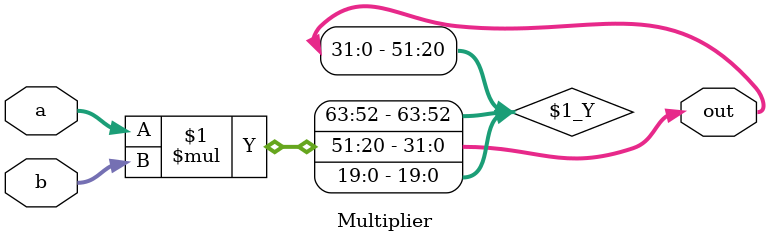
<source format=sv>
module Multiplier(
	input[63:0] a, b,
	output[31:0] out
);
	assign out = (a * b) >>> 20;
endmodule
</source>
